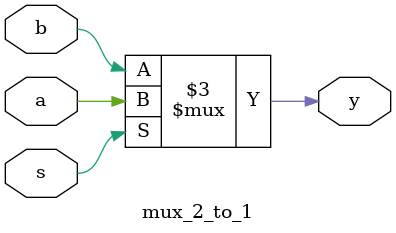
<source format=v>
module mux_2_to_1(
   input wire a,b,s,
   output reg y
);
  always@(a or b)
     if (s)
        y = a;
     else 
        y = b;
endmodule



</source>
